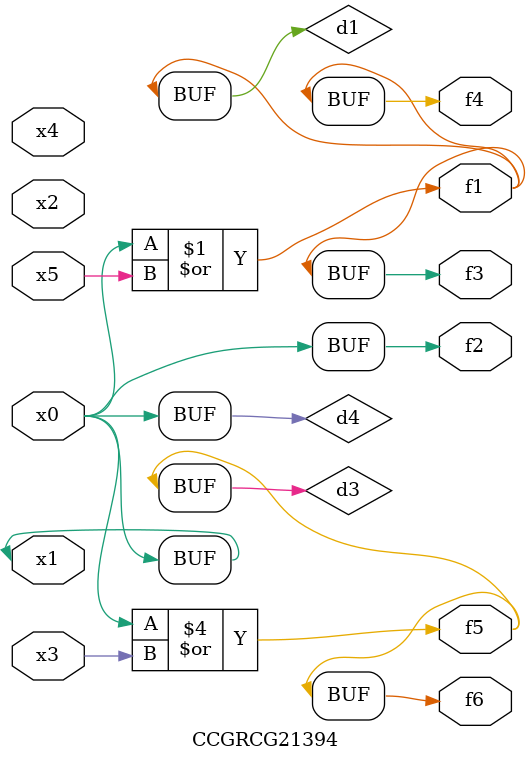
<source format=v>
module CCGRCG21394(
	input x0, x1, x2, x3, x4, x5,
	output f1, f2, f3, f4, f5, f6
);

	wire d1, d2, d3, d4;

	or (d1, x0, x5);
	xnor (d2, x1, x4);
	or (d3, x0, x3);
	buf (d4, x0, x1);
	assign f1 = d1;
	assign f2 = d4;
	assign f3 = d1;
	assign f4 = d1;
	assign f5 = d3;
	assign f6 = d3;
endmodule

</source>
